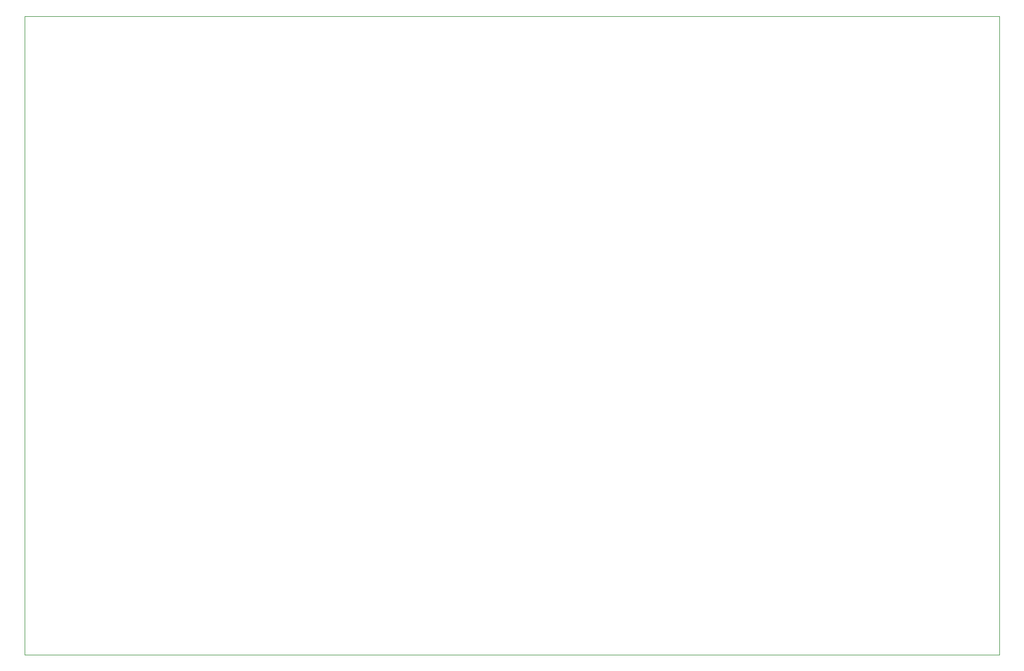
<source format=gbr>
%TF.GenerationSoftware,KiCad,Pcbnew,7.0.0-rc1-unknown-1500e3bb80~164~ubuntu22.10.1*%
%TF.CreationDate,2023-01-12T18:54:04+01:00*%
%TF.ProjectId,7x,37782e6b-6963-4616-945f-706362585858,rev?*%
%TF.SameCoordinates,Original*%
%TF.FileFunction,Profile,NP*%
%FSLAX46Y46*%
G04 Gerber Fmt 4.6, Leading zero omitted, Abs format (unit mm)*
G04 Created by KiCad (PCBNEW 7.0.0-rc1-unknown-1500e3bb80~164~ubuntu22.10.1) date 2023-01-12 18:54:04*
%MOMM*%
%LPD*%
G01*
G04 APERTURE LIST*
%TA.AperFunction,Profile*%
%ADD10C,0.100000*%
%TD*%
G04 APERTURE END LIST*
D10*
X55880000Y-50800000D02*
X203200000Y-50800000D01*
X203200000Y-50800000D02*
X203200000Y-147320000D01*
X203200000Y-147320000D02*
X55880000Y-147320000D01*
X55880000Y-147320000D02*
X55880000Y-50800000D01*
M02*

</source>
